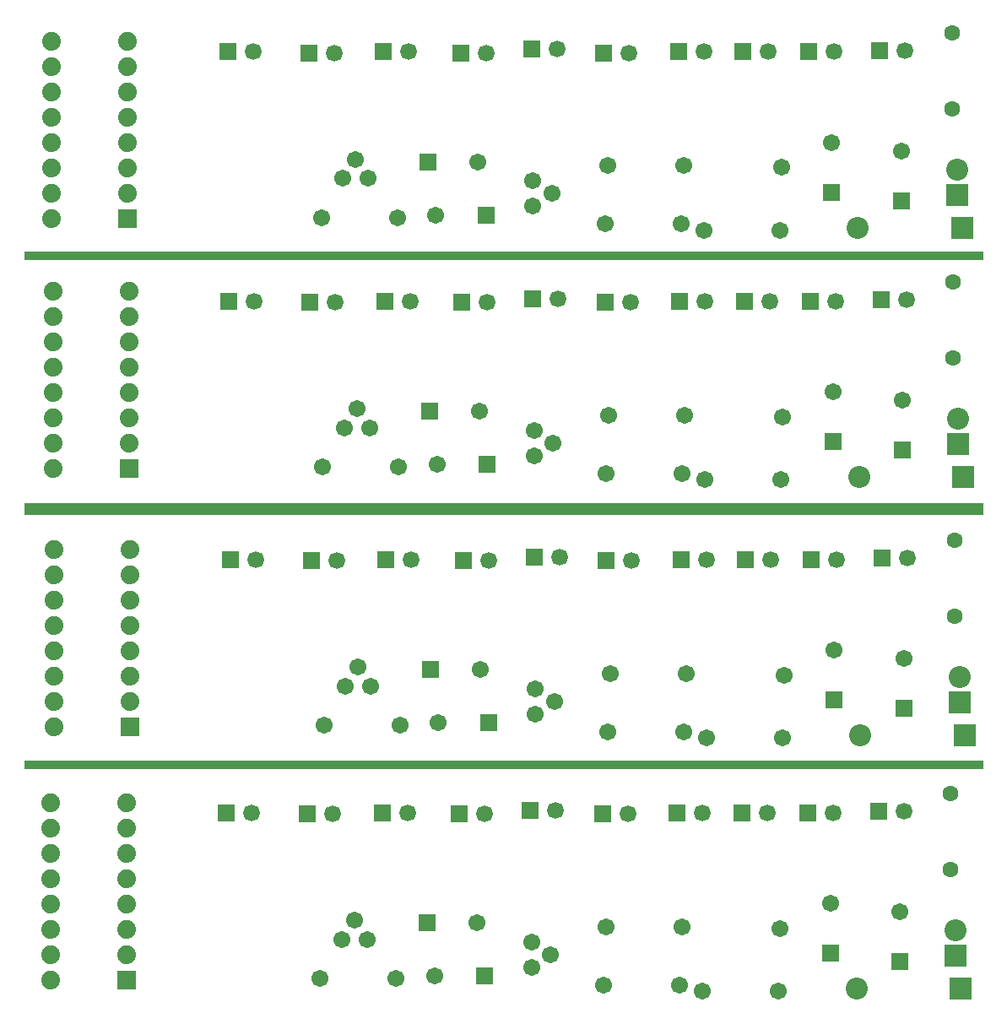
<source format=gts>
G04 Layer_Color=8388736*
%FSLAX25Y25*%
%MOIN*%
G70*
G01*
G75*
%ADD36R,3.78753X0.03556*%
%ADD37R,3.78753X0.04737*%
%ADD38C,0.06706*%
%ADD39C,0.07400*%
%ADD40R,0.07400X0.07400*%
%ADD41C,0.06312*%
%ADD42C,0.08674*%
%ADD43R,0.08674X0.08674*%
%ADD44R,0.08674X0.08674*%
%ADD45R,0.06706X0.06706*%
%ADD46C,0.06737*%
%ADD47R,0.06737X0.06737*%
%ADD48C,0.06627*%
%ADD49R,0.06627X0.06627*%
%ADD50R,0.06706X0.06706*%
D36*
X196000Y301000D02*
D03*
Y100000D02*
D03*
D37*
Y201000D02*
D03*
D38*
X208500Y130000D02*
D03*
X216000Y125000D02*
D03*
X208500Y120000D02*
D03*
X133500Y131000D02*
D03*
X138500Y138500D02*
D03*
X143500Y131000D02*
D03*
X306000Y110500D02*
D03*
X276000D02*
D03*
X237000Y113000D02*
D03*
X267000D02*
D03*
X155000Y115500D02*
D03*
X125000D02*
D03*
X238000Y136000D02*
D03*
X268000D02*
D03*
X186843Y137500D02*
D03*
X170315Y116500D02*
D03*
X354000Y141842D02*
D03*
X208000Y232000D02*
D03*
X215500Y227000D02*
D03*
X208000Y222000D02*
D03*
X133000Y233000D02*
D03*
X138000Y240500D02*
D03*
X143000Y233000D02*
D03*
X305500Y212500D02*
D03*
X275500D02*
D03*
X236500Y215000D02*
D03*
X266500D02*
D03*
X154500Y217500D02*
D03*
X124500D02*
D03*
X237500Y238000D02*
D03*
X267500D02*
D03*
X186343Y239500D02*
D03*
X169815Y218500D02*
D03*
X353500Y243843D02*
D03*
X207500Y330500D02*
D03*
X215000Y325500D02*
D03*
X207500Y320500D02*
D03*
X132500Y331500D02*
D03*
X137500Y339000D02*
D03*
X142500Y331500D02*
D03*
X305000Y311000D02*
D03*
X275000D02*
D03*
X236000Y313500D02*
D03*
X266000D02*
D03*
X154000Y316000D02*
D03*
X124000D02*
D03*
X237000Y336500D02*
D03*
X267000D02*
D03*
X185843Y338000D02*
D03*
X169315Y317000D02*
D03*
X353000Y342342D02*
D03*
X352500Y41842D02*
D03*
X304500Y10500D02*
D03*
X274500D02*
D03*
X235500Y13000D02*
D03*
X265500D02*
D03*
X153500Y15500D02*
D03*
X123500D02*
D03*
X185343Y37500D02*
D03*
X236500Y36000D02*
D03*
X266500D02*
D03*
X168815Y16500D02*
D03*
X132000Y31000D02*
D03*
X137000Y38500D02*
D03*
X142000Y31000D02*
D03*
X207000Y30000D02*
D03*
X214500Y25000D02*
D03*
X207000Y20000D02*
D03*
D39*
X18500Y115000D02*
D03*
Y125000D02*
D03*
Y135000D02*
D03*
Y145000D02*
D03*
Y155000D02*
D03*
Y165000D02*
D03*
Y175000D02*
D03*
Y185000D02*
D03*
X48500D02*
D03*
Y175000D02*
D03*
Y165000D02*
D03*
Y155000D02*
D03*
Y145000D02*
D03*
Y135000D02*
D03*
Y125000D02*
D03*
X18000Y217000D02*
D03*
Y227000D02*
D03*
Y237000D02*
D03*
Y247000D02*
D03*
Y257000D02*
D03*
Y267000D02*
D03*
Y277000D02*
D03*
Y287000D02*
D03*
X48000D02*
D03*
Y277000D02*
D03*
Y267000D02*
D03*
Y257000D02*
D03*
Y247000D02*
D03*
Y237000D02*
D03*
Y227000D02*
D03*
X17500Y315500D02*
D03*
Y325500D02*
D03*
Y335500D02*
D03*
Y345500D02*
D03*
Y355500D02*
D03*
Y365500D02*
D03*
Y375500D02*
D03*
Y385500D02*
D03*
X47500D02*
D03*
Y375500D02*
D03*
Y365500D02*
D03*
Y355500D02*
D03*
Y345500D02*
D03*
Y335500D02*
D03*
Y325500D02*
D03*
X17000Y15000D02*
D03*
Y25000D02*
D03*
Y35000D02*
D03*
Y45000D02*
D03*
Y55000D02*
D03*
Y65000D02*
D03*
Y75000D02*
D03*
Y85000D02*
D03*
X47000D02*
D03*
Y75000D02*
D03*
Y65000D02*
D03*
Y55000D02*
D03*
Y45000D02*
D03*
Y35000D02*
D03*
Y25000D02*
D03*
D40*
X48500Y115000D02*
D03*
X48000Y217000D02*
D03*
X47500Y315500D02*
D03*
X47000Y15000D02*
D03*
D41*
X374000Y188500D02*
D03*
Y158500D02*
D03*
X373500Y290500D02*
D03*
Y260500D02*
D03*
X373000Y389000D02*
D03*
Y359000D02*
D03*
X372500Y88500D02*
D03*
Y58500D02*
D03*
D42*
X376000Y134500D02*
D03*
X336910Y111500D02*
D03*
X375500Y236500D02*
D03*
X336409Y213500D02*
D03*
X375000Y335000D02*
D03*
X335910Y312000D02*
D03*
X335409Y11500D02*
D03*
X374500Y34500D02*
D03*
D43*
X376000Y124500D02*
D03*
X375500Y226500D02*
D03*
X375000Y325000D02*
D03*
X374500Y24500D02*
D03*
D44*
X378091Y111500D02*
D03*
X377590Y213500D02*
D03*
X377091Y312000D02*
D03*
X376590Y11500D02*
D03*
D45*
X167157Y137500D02*
D03*
X190000Y116500D02*
D03*
X166657Y239500D02*
D03*
X189500Y218500D02*
D03*
X166157Y338000D02*
D03*
X189000Y317000D02*
D03*
X165657Y37500D02*
D03*
X188500Y16500D02*
D03*
D46*
X326500Y145185D02*
D03*
X306815Y135343D02*
D03*
X326000Y247185D02*
D03*
X306315Y237343D02*
D03*
X325500Y345685D02*
D03*
X305815Y335842D02*
D03*
X325000Y45185D02*
D03*
X305315Y35342D02*
D03*
D47*
X326500Y125500D02*
D03*
X326000Y227500D02*
D03*
X325500Y326000D02*
D03*
X325000Y25500D02*
D03*
D48*
X355500Y181500D02*
D03*
X327500Y181000D02*
D03*
X301500D02*
D03*
X276000D02*
D03*
X246500Y180500D02*
D03*
X218000Y182000D02*
D03*
X190000Y180500D02*
D03*
X159500Y181000D02*
D03*
X130000Y180500D02*
D03*
X98000Y181000D02*
D03*
X355000Y283500D02*
D03*
X327000Y283000D02*
D03*
X301000D02*
D03*
X275500D02*
D03*
X246000Y282500D02*
D03*
X217500Y284000D02*
D03*
X189500Y282500D02*
D03*
X159000Y283000D02*
D03*
X129500Y282500D02*
D03*
X97500Y283000D02*
D03*
X354500Y382000D02*
D03*
X326500Y381500D02*
D03*
X300500D02*
D03*
X275000D02*
D03*
X245500Y381000D02*
D03*
X217000Y382500D02*
D03*
X189000Y381000D02*
D03*
X158500Y381500D02*
D03*
X129000Y381000D02*
D03*
X97000Y381500D02*
D03*
X326000Y81000D02*
D03*
X96500D02*
D03*
X128500Y80500D02*
D03*
X158000Y81000D02*
D03*
X188500Y80500D02*
D03*
X216500Y82000D02*
D03*
X245000Y80500D02*
D03*
X274500Y81000D02*
D03*
X300000D02*
D03*
X354000Y81500D02*
D03*
D49*
X345500Y181500D02*
D03*
X317500Y181000D02*
D03*
X291500D02*
D03*
X266000D02*
D03*
X236500Y180500D02*
D03*
X208000Y182000D02*
D03*
X180000Y180500D02*
D03*
X149500Y181000D02*
D03*
X120000Y180500D02*
D03*
X88000Y181000D02*
D03*
X345000Y283500D02*
D03*
X317000Y283000D02*
D03*
X291000D02*
D03*
X265500D02*
D03*
X236000Y282500D02*
D03*
X207500Y284000D02*
D03*
X179500Y282500D02*
D03*
X149000Y283000D02*
D03*
X119500Y282500D02*
D03*
X87500Y283000D02*
D03*
X344500Y382000D02*
D03*
X316500Y381500D02*
D03*
X290500D02*
D03*
X265000D02*
D03*
X235500Y381000D02*
D03*
X207000Y382500D02*
D03*
X179000Y381000D02*
D03*
X148500Y381500D02*
D03*
X119000Y381000D02*
D03*
X87000Y381500D02*
D03*
X316000Y81000D02*
D03*
X86500D02*
D03*
X118500Y80500D02*
D03*
X148000Y81000D02*
D03*
X178500Y80500D02*
D03*
X206500Y82000D02*
D03*
X235000Y80500D02*
D03*
X264500Y81000D02*
D03*
X290000D02*
D03*
X344000Y81500D02*
D03*
D50*
X354000Y122158D02*
D03*
X353500Y224158D02*
D03*
X353000Y322657D02*
D03*
X352500Y22158D02*
D03*
M02*

</source>
